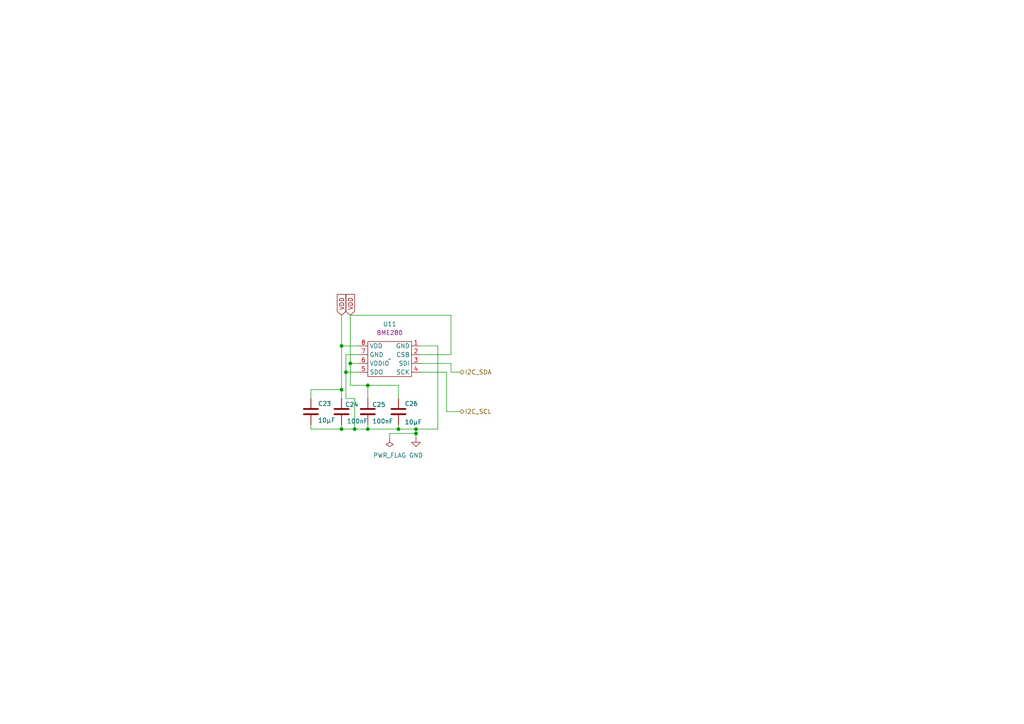
<source format=kicad_sch>
(kicad_sch (version 20231120) (generator "eeschema") (generator_version "8.0")
  (paper "A4")
  (lib_symbols
    (symbol "Device:C" (pin_numbers hide) (pin_names (offset 0.254))
      (property "Reference" "C" (at 0.635 2.54 0))
      (property "Value" "C" (at 0.635 -2.54 0))
      (symbol "C_0_1"
        (polyline (pts (xy -2.032 -0.762) (xy 2.032 -0.762)) (stroke (width 0.508)))
        (polyline (pts (xy -2.032 0.762) (xy 2.032 0.762)) (stroke (width 0.508)))
      )
      (symbol "C_1_1"
        (pin passive line (at 0 3.81 270) (length 2.794) (name "~") (number "1"))
        (pin passive line (at 0 -3.81 90) (length 2.794) (name "~") (number "2"))
      )
    )
    (symbol "WOBCLibrary:BME280"
      (property "Reference" "U" (at 0 10.16 0))
      (property "シンボル名" "BME280" (at 0 7.62 0))
      (symbol "BME280_0_1"
        (rectangle (start -6.35 5.08) (end 6.35 -5.08))
      )
      (symbol "BME280_1_1"
        (pin input line (at 8.89 3.81 180) (length 2.54) (name "GND") (number "1"))
        (pin input line (at 8.89 1.27 180) (length 2.54) (name "CSB") (number "2"))
        (pin input line (at 8.89 -1.27 180) (length 2.54) (name "SDI") (number "3"))
        (pin input line (at 8.89 -3.81 180) (length 2.54) (name "SCK") (number "4"))
        (pin input line (at -8.89 -3.81 0) (length 2.54) (name "SDO") (number "5"))
        (pin input line (at -8.89 -1.27 0) (length 2.54) (name "VDDIO") (number "6"))
        (pin input line (at -8.89 1.27 0) (length 2.54) (name "GND") (number "7"))
        (pin input line (at -8.89 3.81 0) (length 2.54) (name "VDD") (number "8"))
      )
    )
    (symbol "power:GND" (power) (pin_names (offset 0))
      (property "Value" "GND" (at 0 -3.81 0))
      (symbol "GND_0_1"
        (polyline (pts (xy 0 0) (xy 0 -1.27) (xy 1.27 -1.27) (xy 0 -2.54) (xy -1.27 -1.27) (xy 0 -1.27)))
      )
      (symbol "GND_1_1"
        (pin power_in line (at 0 0 270) (length 0) hide (name "GND") (number "1"))
      )
    )
    (symbol "power:PWR_FLAG" (power) (pin_numbers hide) (pin_names (offset 0) hide)
      (property "Value" "PWR_FLAG" (at 0 3.81 0))
      (symbol "PWR_FLAG_0_0"
        (pin power_out line (at 0 0 90) (length 0) (name "pwr") (number "1"))
      )
      (symbol "PWR_FLAG_0_1"
        (polyline (pts (xy 0 0) (xy 0 1.27) (xy -1.016 1.905) (xy 0 2.54) (xy 1.016 1.905) (xy 0 1.27)))
      )
    )
  )
  (junction (at 101.6 105.41))
  (junction (at 106.68 111.76))
  (junction (at 115.57 124.46))
  (junction (at 99.06 124.46))
  (junction (at 99.06 113.03))
  (junction (at 102.87 124.46))
  (junction (at 100.33 107.95))
  (junction (at 120.65 124.46))
  (junction (at 99.06 100.33))
  (junction (at 120.65 125.73))
  (junction (at 106.68 124.46))
  (wire (pts (xy 100.33 102.87) (xy 100.33 107.95)))
  (wire (pts (xy 127 124.46) (xy 127 100.33)))
  (wire (pts (xy 115.57 115.57) (xy 115.57 111.76)))
  (wire (pts (xy 90.17 113.03) (xy 99.06 113.03)))
  (wire (pts (xy 90.17 124.46) (xy 99.06 124.46)))
  (wire (pts (xy 120.65 124.46) (xy 120.65 125.73)))
  (wire (pts (xy 113.03 127) (xy 113.03 125.73)))
  (wire (pts (xy 102.87 124.46) (xy 106.68 124.46)))
  (wire (pts (xy 120.65 125.73) (xy 120.65 127)))
  (wire (pts (xy 115.57 124.46) (xy 120.65 124.46)))
  (wire (pts (xy 120.65 124.46) (xy 127 124.46)))
  (wire (pts (xy 127 100.33) (xy 121.92 100.33)))
  (wire (pts (xy 101.6 91.44) (xy 101.6 105.41)))
  (wire (pts (xy 99.06 100.33) (xy 104.14 100.33)))
  (wire (pts (xy 104.14 102.87) (xy 100.33 102.87)))
  (wire (pts (xy 129.54 119.38) (xy 133.35 119.38)))
  (wire (pts (xy 101.6 105.41) (xy 101.6 111.76)))
  (wire (pts (xy 99.06 123.19) (xy 99.06 124.46)))
  (wire (pts (xy 101.6 105.41) (xy 104.14 105.41)))
  (wire (pts (xy 90.17 115.57) (xy 90.17 113.03)))
  (wire (pts (xy 129.54 107.95) (xy 129.54 119.38)))
  (wire (pts (xy 99.06 91.44) (xy 99.06 100.33)))
  (wire (pts (xy 106.68 124.46) (xy 115.57 124.46)))
  (wire (pts (xy 99.06 100.33) (xy 99.06 113.03)))
  (wire (pts (xy 115.57 111.76) (xy 106.68 111.76)))
  (wire (pts (xy 100.33 107.95) (xy 104.14 107.95)))
  (wire (pts (xy 99.06 113.03) (xy 99.06 115.57)))
  (wire (pts (xy 106.68 111.76) (xy 106.68 115.57)))
  (wire (pts (xy 113.03 125.73) (xy 120.65 125.73)))
  (wire (pts (xy 100.33 107.95) (xy 100.33 115.57)))
  (wire (pts (xy 101.6 111.76) (xy 106.68 111.76)))
  (wire (pts (xy 121.92 107.95) (xy 129.54 107.95)))
  (wire (pts (xy 130.81 91.44) (xy 130.81 102.87)))
  (wire (pts (xy 130.81 105.41) (xy 130.81 107.95)))
  (wire (pts (xy 90.17 123.19) (xy 90.17 124.46)))
  (wire (pts (xy 99.06 124.46) (xy 102.87 124.46)))
  (wire (pts (xy 100.33 115.57) (xy 102.87 115.57)))
  (wire (pts (xy 106.68 123.19) (xy 106.68 124.46)))
  (wire (pts (xy 101.6 91.44) (xy 130.81 91.44)))
  (wire (pts (xy 130.81 107.95) (xy 133.35 107.95)))
  (wire (pts (xy 121.92 105.41) (xy 130.81 105.41)))
  (wire (pts (xy 130.81 102.87) (xy 121.92 102.87)))
  (wire (pts (xy 102.87 115.57) (xy 102.87 124.46)))
  (wire (pts (xy 115.57 123.19) (xy 115.57 124.46)))
  (global_label "VDD" (shape input) (at 101.6 91.44 90) (property "Intersheetrefs" "${INTERSHEET_REFS}" (effects (hide yes))))
  (global_label "VDD" (shape input) (at 99.06 91.44 90) (property "Intersheetrefs" "${INTERSHEET_REFS}" (effects (hide yes))))
  (hierarchical_label "I2C_SDA" (shape bidirectional) (at 133.35 107.95 0))
  (hierarchical_label "I2C_SCL" (shape bidirectional) (at 133.35 119.38 0))
  (symbol (lib_id "Device:C") (at 115.57 119.38 0) (unit 1)
    (property "Reference" "C26" (at 117.348 117.094 0) (effects (justify left)))
    (property "Value" "10μF" (at 117.348 122.428 0) (effects (justify left)))
    (property "Footprint" "Capacitor_SMD:C_0603_1608Metric" (effects (hide yes)))
    (property "LCSC" "C96446" (effects (hide yes)))
  )
  (symbol (lib_id "power:PWR_FLAG") (at 113.03 127 180) (unit 1)
    (property "Reference" "#FLG02" (effects (hide yes)))
    (property "Value" "PWR_FLAG" (at 113.03 132.08 0))
  )
  (symbol (lib_id "Device:C") (at 106.68 119.38 0) (unit 1)
    (property "Reference" "C25" (at 107.95 117.348 0) (effects (justify left)))
    (property "Value" "100nF" (at 107.95 122.174 0) (effects (justify left)))
    (property "Footprint" "Capacitor_SMD:C_0402_1005Metric" (effects (hide yes)))
    (property "LCSC" "C1525" (effects (hide yes)))
  )
  (symbol (lib_id "Device:C") (at 90.17 119.38 0) (unit 1)
    (property "Reference" "C23" (at 92.202 117.094 0) (effects (justify left)))
    (property "Value" "10μF" (at 92.202 121.92 0) (effects (justify left)))
    (property "Footprint" "Capacitor_SMD:C_0603_1608Metric" (effects (hide yes)))
    (property "LCSC" "C96446" (effects (hide yes)))
  )
  (symbol (lib_id "Device:C") (at 99.06 119.38 0) (unit 1)
    (property "Reference" "C24" (at 100.076 117.348 0) (effects (justify left)))
    (property "Value" "100nF" (at 100.584 122.174 0) (effects (justify left)))
    (property "Footprint" "Capacitor_SMD:C_0402_1005Metric" (effects (hide yes)))
    (property "LCSC" "C1525" (effects (hide yes)))
  )
  (symbol (lib_id "WOBCLibrary:BME280") (at 113.03 104.14 0) (unit 1)
    (property "Reference" "U11" (at 113.03 93.98 0))
    (property "Value" "~" (at 113.03 104.14 0))
    (property "Footprint" "WOBClibrary:BME280" (effects (hide yes)))
    (property "シンボル名" "BME280" (at 113.03 96.52 0))
    (property "LCSC" "C92489" (effects (hide yes)))
  )
  (symbol (lib_id "power:GND") (at 120.65 127 0) (unit 1)
    (property "Reference" "#PWR054" (effects (hide yes)))
    (property "Value" "GND" (at 120.65 132.08 0))
  )
)
</source>
